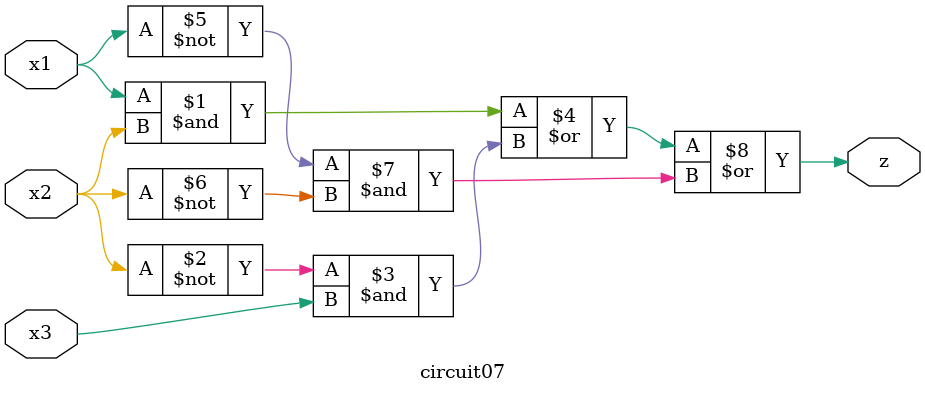
<source format=v>
module circuit07(x1, x2, x3, z);
input x1, x2, x3;
output z;

assign z = ((x1&x2) | (~x2&x3) | (~x1&~x2));

endmodule

</source>
